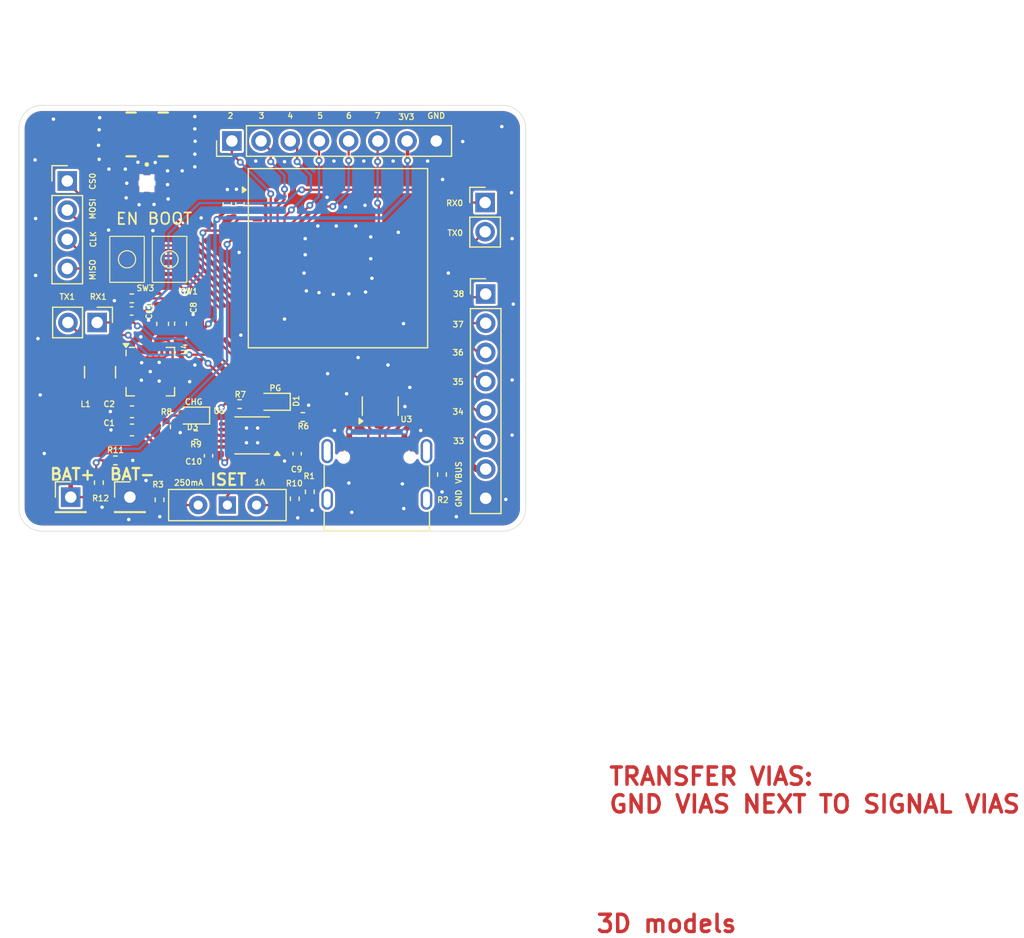
<source format=kicad_pcb>
(kicad_pcb (version 20240108) (generator "pcbnew") (generator_version "8.0")
  (layers (0 "F.Cu" signal) (1 "In1.Cu" signal) (2 "In2.Cu" signal) (31 "B.Cu" signal) (34 "B.Paste" user) (35 "F.Paste" user) (36 "B.SilkS" user "B.Silkscreen") (37 "F.SilkS" user "F.Silkscreen") (38 "B.Mask" user) (39 "F.Mask" user) (44 "Edge.Cuts" user))
  (net 0 "")
  (net 1 "/BUCKBOOST_IN")
  (net 2 "GND")
  (net 3 "Net-(D1-K)")
  (net 4 "Net-(D1-A)")
  (net 5 "VBUS")
  (net 6 "Net-(D3-K)")
  (net 8 "Net-(D3-A)")
  (net 9 "Net-(U1-EN)")
  (net 10 "/D+")
  (net 11 "/SPI2_MOSI")
  (net 12 "Net-(L1-Pad1)")
  (net 13 "Net-(U1-IO0)")
  (net 14 "Net-(L1-Pad2)")
  (net 16 "/SPI2_CS0")
  (net 17 "+3V3")
  (net 18 "/SPI2_CLK")
  (net 19 "/GPIO2")
  (net 20 "/SPI2_MISO")
  (net 21 "Net-(SW4-C)")
  (net 23 "/D-")
  (net 25 "/GPIO4")
  (net 27 "Net-(J1-CC1)")
  (net 29 "Net-(J1-CC2)")
  (net 32 "Net-(J3-In)")
  (net 33 "Net-(U5-PRETERM)")
  (net 34 "Net-(U5-TS)")
  (net 35 "/Dusb+")
  (net 36 "/Dusb-")
  (net 37 "Net-(SW4-A)")
  (net 38 "/BAT_MON")
  (net 39 "Net-(SW4-B)")
  (net 46 "/GPIO35")
  (net 47 "/GPIO37")
  (net 48 "/GPIO36")
  (net 49 "/U0TX")
  (net 50 "/U0RX")
  (net 51 "/GPIO3")
  (net 52 "/GPIO5")
  (net 53 "/GPIO9")
  (net 55 "/GPIO8")
  (net 57 "/GPIO6")
  (net 58 "/GPIO7")
  (net 59 "/U1TX")
  (net 60 "/U1RX")
  (net 61 "/GPIO26")
  (net 62 "/GPIO21")
  (net 63 "/GPIO34")
  (net 64 "/GPIO33")
  (net 65 "/GPIO38")
  (footprint "Capacitor_SMD:C_0402_1005Metric" (layer "F.Cu") (at 96.225 128.87 90)
    (property "Reference" "C4" (hide yes))
    (property "Value" "100n" (hide yes))
  )
  (footprint "Resistor_SMD:R_0402_1005Metric" (layer "F.Cu") (at 89.23 154.63 90)
    (property "Reference" "R3")
    (property "Value" "2.1k")
  )
  (footprint "Inductor_SMD:1277AS-H-1R0M=P2" (layer "F.Cu") (at 84.0525 143.5225 90)
    (property "Reference" "L1")
    (property "Value" "1uH")
  )
  (footprint "Connector_PinHeader_2.54mm:PinHeader_1x01_P2.54mm_Vertical" (layer "F.Cu") (at 86.65 154.4)
    (property "Reference" "J2" (hide yes))
    (property "Value" "BAT-")
  )
  (footprint "Resistor_SMD:R_0402_1005Metric" (layer "F.Cu") (at 92.39 149)
    (property "Reference" "R9")
    (property "Value" "10k")
  )
  (footprint "Button_Switch_SMD:3x4x2mm button" (layer "F.Cu") (at 86.4 133.7 90)
    (property "Reference" "SW3")
    (property "Value" "EN")
  )
  (footprint "Button_Switch_THT:SW_Slide-03_Wuerth-WS-SLTV_10x2.5x6.4_P2.54mm" (layer "F.Cu") (at 95.13 155.09)
    (property "Reference" "SW4" (hide yes))
    (property "Value" "ISET_SW")
  )
  (footprint "LED_SMD:LED_0603_1608Metric" (layer "F.Cu") (at 99.1125 146.1 180)
    (property "Reference" "D1")
    (property "Value" "PG")
  )
  (footprint "Connector_PinHeader_2.54mm:PinHeader_1x02_P2.54mm_Vertical" (layer "F.Cu") (at 117.55 128.76)
    (property "Reference" "J9" (hide yes))
    (property "Value" "Conn_01x02_Socket")
  )
  (footprint "Connector_PinHeader_2.54mm:PinHeader_1x08_P2.54mm_Vertical" (layer "F.Cu") (at 117.6 136.72)
    (property "Reference" "J10" (hide yes))
    (property "Value" "Conn_01x08_Socket")
  )
  (footprint "Capacitor_SMD:C_0603_1608Metric" (layer "F.Cu") (at 91.05 139.3 90)
    (property "Reference" "C8")
    (property "Value" "22u")
  )
  (footprint "Package_DFN_QFN:QFN-20-1EP_4x4mm_P0.5mm_EP2.5x2.5mm" (layer "F.Cu") (at 88.425 143.475)
    (property "Reference" "U4")
    (property "Value" "~")
  )
  (footprint "Capacitor_SMD:C_0603_1608Metric" (layer "F.Cu") (at 86.8275 146.9725 180)
    (property "Reference" "C2")
    (property "Value" "10u")
  )
  (footprint "Resistor_SMD:R_0402_1005Metric" (layer "F.Cu") (at 89.8 148.28 -90)
    (property "Reference" "R8")
    (property "Value" "1.5k")
  )
  (footprint "RF_Module:ESP32-S2-MINI-1U" (layer "F.Cu") (at 104.75 133.6)
    (property "Reference" "U1" (hide yes))
    (property "Value" "ESP32-S3-MINI-1U" (hide yes))
  )
  (footprint "Capacitor_SMD:C_0402_1005Metric" (layer "F.Cu") (at 101.2 150.62 -90)
    (property "Reference" "C9")
    (property "Value" "1u")
  )
  (footprint "Connector_PinHeader_2.54mm:PinHeader_1x04_P2.54mm_Vertical" (layer "F.Cu") (at 81.2 126.88)
    (property "Reference" "J8" (hide yes))
    (property "Value" "Conn_01x04_Socket")
  )
  (footprint "Package_SO:HVSSOP-10-1EP_3x3mm_P0.5mm_EP1.57x1.88mm_ThermalVias" (layer "F.Cu") (at 97.2775 149.025 180)
    (property "Reference" "U5")
    (property "Value" "BQ24090DGQ")
  )
  (footprint "Resistor_SMD:R_0402_1005Metric" (layer "F.Cu") (at 85.39 151.2)
    (property "Reference" "R11")
    (property "Value" "220k")
  )
  (footprint "Capacitor_SMD:C_0402_1005Metric" (layer "F.Cu") (at 95.125 128.89 90)
    (property "Reference" "C5" (hide yes))
    (property "Value" "10u" (hide yes))
  )
  (footprint "Button_Switch_SMD:3x4x2mm button" (layer "F.Cu") (at 90.1 133.7 90)
    (property "Reference" "SW1")
    (property "Value" "BOOT")
  )
  (footprint "Capacitor_SMD:C_0402_1005Metric" (layer "F.Cu") (at 93.49 150.8 -90)
    (property "Reference" "C10")
    (property "Value" "4.7u")
  )
  (footprint "Capacitor_SMD:C_0402_1005Metric" (layer "F.Cu") (at 86.8 138.2 180)
    (property "Reference" "C3" (hide yes))
    (property "Value" "10u")
  )
  (footprint "Connector_PinHeader_2.54mm:PinHeader_1x08_P2.54mm_Vertical" (layer "F.Cu") (at 95.52 123.4 90)
    (property "Reference" "J4" (hide yes))
    (property "Value" "Conn_01x08_Socket")
  )
  (footprint "Package_TO_SOT_SMD:SOT-23-6" (layer "F.Cu") (at 108.425 146.4775 90)
    (property "Reference" "U3")
    (property "Value" "USBLC6-2SC6" (hide yes))
  )
  (footprint "Resistor_SMD:R_0402_1005Metric" (layer "F.Cu") (at 102.3 153.935 -90)
    (property "Reference" "R1")
    (property "Value" "5.1K" (hide yes))
  )
  (footprint "Resistor_SMD:R_0402_1005Metric" (layer "F.Cu") (at 100.99 154.54 90)
    (property "Reference" "R10")
    (property "Value" "540")
  )
  (footprint "Connector_USB:USB_C_Receptacle_G-Switch_GT-USB-7010ASV" (layer "F.Cu") (at 108.13 153.52)
    (property "Reference" "J1" (hide yes))
    (property "Value" "USB_C_Receptacle_USB2.0_14P" (hide yes))
  )
  (footprint "Connector_PinHeader_2.54mm:PinHeader_1x02_P2.54mm_Vertical" (layer "F.Cu") (at 83.8 139.2 -90)
    (property "Reference" "J6" (hide yes))
    (property "Value" "Conn_01x02_Socket")
  )
  (footprint "Resistor_SMD:R_0402_1005Metric" (layer "F.Cu") (at 113.8 152.435 -90)
    (property "Reference" "R2")
    (property "Value" "5.1K" (hide yes))
  )
  (footprint "Capacitor_SMD:C_0603_1608Metric" (layer "F.Cu") (at 89.5 139.32 90)
    (property "Reference" "C11")
    (property "Value" "22u")
  )
  (footprint "Connector_PinHeader_2.54mm:PinHeader_1x01_P2.54mm_Vertical" (layer "F.Cu") (at 81.5 154.4)
    (property "Reference" "J7" (hide yes))
    (property "Value" "BAT+")
  )
  (footprint "Resistor_SMD:R_0402_1005Metric" (layer "F.Cu") (at 101.69125 147.42625 180)
    (property "Reference" "R6")
    (property "Value" "2k")
  )
  (footprint "LED_SMD:LED_0603_1608Metric" (layer "F.Cu") (at 92.1 147.3 180)
    (property "Reference" "D3")
    (property "Value" "CHG")
  )
  (footprint "Resistor_SMD:R_0402_1005Metric" (layer "F.Cu") (at 83.95 153.14 90)
    (property "Reference" "R12")
    (property "Value" "220k")
  )
  (footprint "Resistor_SMD:R_0402_1005Metric" (layer "F.Cu") (at 86.81 137.1)
    (property "Reference" "R5" (hide yes))
    (property "Value" "5.1K")
  )
  (footprint "IPEX MHF4:IPEX_20449-001E-03" (layer "F.Cu") (at 88.125 127.075 180)
    (property "Reference" "J3" (hide yes))
    (property "Value" "MHF4")
  )
  (footprint "Capacitor_SMD:C_0603_1608Metric" (layer "F.Cu") (at 86.8275 148.5525 180)
    (property "Reference" "C1")
    (property "Value" "10u")
  )
  (footprint "SMA-J-P-H-ST-EM1:SAMTEC_SMA-J-P-H-ST-EM1" (layer "F.Cu") (at 88.15 122.825 180)
    (property "Reference" "J5" (hide yes))
    (property "Value" "E01 SMA")
  )
  (footprint "Resistor_SMD:R_0402_1005Metric" (layer "F.Cu") (at 96.19 146.3 180)
    (property "Reference" "R7")
    (property "Value" "1.5k")
  )
  (gr_line (start 119.085786 157.36) (end 79 157.36) (stroke (width 0.05)) (layer "Edge.Cuts"))
  (gr_arc (start 77 122.3) (mid 77.585786 120.885786) (end 79 120.3) (stroke (width 0.05)) (layer "Edge.Cuts"))
  (gr_arc (start 121.085786 155.36) (mid 120.5 156.774214) (end 119.085786 157.36) (stroke (width 0.05)) (layer "Edge.Cuts"))
  (gr_arc (start 119.085786 120.3) (mid 120.5 120.885786) (end 121.085786 122.3) (stroke (width 0.05)) (layer "Edge.Cuts"))
  (gr_line (start 77 155.36) (end 77 122.3) (stroke (width 0.05)) (layer "Edge.Cuts"))
  (gr_line (start 79 120.3) (end 119.085786 120.3) (stroke (width 0.05)) (layer "Edge.Cuts"))
  (gr_line (start 121.085786 122.3) (end 121.085786 155.36) (stroke (width 0.05)) (layer "Edge.Cuts"))
  (gr_arc (start 79 157.36) (mid 77.585786 156.774214) (end 77 155.36) (stroke (width 0.05)) (layer "Edge.Cuts"))
  (gr_text "TRANSFER VIAS:\nGND VIAS NEXT TO SIGNAL VIAS" (at 128.2 182 0) (layer "F.Cu") (effects (font (size 1.5 1.5) (thickness 0.3) (bold yes)) (justify left bottom)))
  (gr_text "3D models" (at 127.1 192.4 0) (layer "F.Cu") (effects (font (size 1.5 1.5) (thickness 0.3) (bold yes)) (justify left bottom)))
  (gr_text "37" (at 115.2 139.66 0) (layer "F.SilkS") (effects (font (size 0.5 0.5) (thickness 0.1) (bold yes)) (justify bottom)))
  (gr_text "GND" (at 115.55 154.51 90) (layer "F.SilkS") (effects (font (size 0.5 0.5) (thickness 0.1) (bold yes)) (justify bottom)))
  (gr_text "35" (at 115.2 144.66 0) (layer "F.SilkS") (effects (font (size 0.5 0.5) (thickness 0.1) (bold yes)) (justify bottom)))
  (gr_text "38" (at 115.25 137.01 0) (layer "F.SilkS") (effects (font (size 0.5 0.5) (thickness 0.1) (bold yes)) (justify bottom)))
  (gr_text "4" (at 100.6 121.5 0) (layer "F.SilkS") (effects (font (size 0.5 0.5) (thickness 0.1) (bold yes)) (justify bottom)))
  (gr_text "36" (at 115.2 142.11 0) (layer "F.SilkS") (effects (font (size 0.5 0.5) (thickness 0.1) (bold yes)) (justify bottom)))
  (gr_text "EN" (at 85.35 130.76 0) (layer "F.SilkS") (effects (font (size 1 1)) (justify left bottom)))
  (gr_text "TX0" (at 114.95 131.7 0) (layer "F.SilkS") (effects (font (size 0.5 0.5) (thickness 0.1) (bold yes)) (justify bottom)))
  (gr_text "5" (at 103.2 121.5 0) (layer "F.SilkS") (effects (font (size 0.5 0.5) (thickness 0.1) (bold yes)) (justify bottom)))
  (gr_text "RX0" (at 114.9 129.1 0) (layer "F.SilkS") (effects (font (size 0.5 0.5) (thickness 0.1) (bold yes)) (justify bottom)))
  (gr_text "VBUS" (at 115.55 152.26 90) (layer "F.SilkS") (effects (font (size 0.5 0.5) (thickness 0.1) (bold yes)) (justify bottom)))
  (gr_text "BAT+" (at 79.6 153 0) (layer "F.SilkS") (effects (font (size 1 1) (thickness 0.2) (bold yes)) (justify left bottom)))
  (gr_text "ISET" (at 95.21 153.46 0) (layer "F.SilkS") (effects (font (size 1 1) (thickness 0.2) (bold yes)) (justify bottom)))
  (gr_text "CS0" (at 83.7 126.91 90) (layer "F.SilkS") (effects (font (size 0.5 0.5) (thickness 0.1) (bold yes)) (justify bottom)))
  (gr_text "7" (at 108.2 121.5 0) (layer "F.SilkS") (effects (font (size 0.5 0.5) (thickness 0.1) (bold yes)) (justify bottom)))
  (gr_text "PG" (at 99.3 145.2 0) (layer "F.SilkS") (effects (font (size 0.5 0.5) (thickness 0.1) (bold yes)) (justify bottom)))
  (gr_text "3" (at 98.1 121.5 0) (layer "F.SilkS") (effects (font (size 0.5 0.5) (thickness 0.1) (bold yes)) (justify bottom)))
  (gr_text "TX1" (at 81.2 137.25 0) (layer "F.SilkS") (effects (font (size 0.5 0.5) (thickness 0.1) (bold yes)) (justify bottom)))
  (gr_text "34" (at 115.2 147.26 0) (layer "F.SilkS") (effects (font (size 0.5 0.5) (thickness 0.1) (bold yes)) (justify bottom)))
  (gr_text "1A" (at 97.95 153.41 0) (layer "F.SilkS") (effects (font (size 0.5 0.5) (thickness 0.1) (bold yes)) (justify bottom)))
  (gr_text "2" (at 95.4 121.5 0) (layer "F.SilkS") (effects (font (size 0.5 0.5) (thickness 0.1) (bold yes)) (justify bottom)))
  (gr_text "CHG" (at 92.2 146.4 0) (layer "F.SilkS") (effects (font (size 0.5 0.5) (thickness 0.1) (bold yes)) (justify bottom)))
  (gr_text "BOOT" (at 88.1 130.75 0) (layer "F.SilkS") (effects (font (size 1 1)) (justify left bottom)))
  (gr_text "MOSI" (at 83.7 129.31 90) (layer "F.SilkS") (effects (font (size 0.5 0.5) (thickness 0.1) (bold yes)) (justify bottom)))
  (gr_text "250mA" (at 91.76 153.44 0) (layer "F.SilkS") (effects (font (size 0.5 0.5) (thickness 0.1) (bold yes)) (justify bottom)))
  (gr_text "BAT-" (at 84.8 153 0) (layer "F.SilkS") (effects (font (size 1 1) (thickness 0.2) (bold yes)) (justify left bottom)))
  (gr_text "GND" (at 113.3 121.5 0) (layer "F.SilkS") (effects (font (size 0.5 0.5) (thickness 0.1) (bold yes)) (justify bottom)))
  (gr_text "3V3" (at 110.7 121.6 0) (layer "F.SilkS") (effects (font (size 0.5 0.5) (thickness 0.1) (bold yes)) (justify bottom)))
  (gr_text "MISO" (at 83.7 134.61 90) (layer "F.SilkS") (effects (font (size 0.5 0.5) (thickness 0.1) (bold yes)) (justify bottom)))
  (gr_text "RX1" (at 83.9 137.25 0) (layer "F.SilkS") (effects (font (size 0.5 0.5) (thickness 0.1) (bold yes)) (justify bottom)))
  (gr_text "CLK" (at 83.75 131.96 90) (layer "F.SilkS") (effects (font (size 0.5 0.5) (thickness 0.1) (bold yes)) (justify bottom)))
  (gr_text "33" (at 115.25 149.81 0) (layer "F.SilkS") (effects (font (size 0.5 0.5) (thickness 0.1) (bold yes)) (justify bottom)))
  (gr_text "6" (at 105.7 121.5 0) (layer "F.SilkS") (effects (font (size 0.5 0.5) (thickness 0.1) (bold yes)) (justify bottom)))
  (segment (start 94.6 146.6) (end 94.9 146.3) (width 0.2) (layer "F.Cu") (net 1))
  (segment (start 89.28 150.23) (end 87.6025 148.5525) (width 0.3) (layer "F.Cu") (net 1))
  (segment (start 81.5 151) (end 82.98 149.52) (width 0.4) (layer "F.Cu") (net 1))
  (segment (start 87.925 145.4125) (end 87.925 145.97) (width 0.3) (layer "F.Cu") (net 1))
  (segment (start 81.5 154.4) (end 81.5 151) (width 0.4) (layer "F.Cu") (net 1))
  (segment (start 90.1 150.23) (end 89.28 150.23) (width 0.3) (layer "F.Cu") (net 1))
  (segment (start 91.638971 150.23) (end 90.1 150.23) (width 0.3) (layer "F.Cu") (net 1))
  (segment (start 89.8 149.93) (end 90.1 150.23) (width 0.2) (layer "F.Cu") (net 1))
  (segment (start 81.5 154.4) (end 83.2 154.4) (width 0.2) (layer "F.Cu") (net 1))
  (segment (start 90.3625 144.7825) (end 90.3625 144.475) (width 0.3) (layer "F.Cu") (net 1))
  (segment (start 89.8 148.79) (end 89.8 149.93) (width 0.2) (layer "F.Cu") (net 1))
  (segment (start 87.925 145.97) (end 87.6025 146.2925) (width 0.3) (layer "F.Cu") (net 1))
  (segment (start 94.9 146.3) (end 95.68 146.3) (width 0.2) (layer "F.Cu") (net 1))
  (segment (start 95.1275 150.025) (end 93.735 150.025) (width 0.3) (layer "F.Cu") (net 1))
  (segment (start 89.425 145.4125) (end 89.7325 145.4125) (width 0.3) (layer "F.Cu") (net 1))
  (segment (start 87.6025 148.5525) (end 87.6025 146.9725) (width 0.3) (layer "F.Cu") (net 1))
  (segment (start 86.635 149.52) (end 87.6025 148.5525) (width 0.4) (layer "F.Cu") (net 1))
  (segment (start 95.1275 151.1725) (end 95.1275 150.025) (width 0.2) (layer "F.Cu") (net 1))
  (segment (start 93.53 150.23) (end 91.638971 150.23) (width 0.3) (layer "F.Cu") (net 1))
  (segment (start 89.7325 145.4125) (end 90.3625 144.7825) (width 0.3) (layer "F.Cu") (net 1))
  (segment (start 94.9 151.4) (end 95.1275 151.1725) (width 0.2) (layer "F.Cu") (net 1))
  (segment (start 87.6025 146.2925) (end 87.6025 146.9725) (width 0.3) (layer "F.Cu") (net 1))
  (segment (start 93.735 150.025) (end 93.53 150.23) (width 0.3) (layer "F.Cu") (net 1))
  (segment (start 82.98 149.52) (end 86.635 149.52) (width 0.4) (layer "F.Cu") (net 1))
  (segment (start 83.2 154.4) (end 83.95 153.65) (width 0.2) (layer "F.Cu") (net 1))
  (via (at 94.6 146.6) (size 0.6) (drill 0.3) (layers "F.Cu" "B.Cu") (net 1))
  (via (at 94.9 151.4) (size 0.6) (drill 0.3) (layers "F.Cu" "B.Cu") (net 1))
  (segment (start 94.6 146.6) (end 94.6 151.1) (width 0.2) (layer "B.Cu") (net 1))
  (segment (start 94.6 151.1) (end 94.9 151.4) (width 0.2) (layer "B.Cu") (net 1))
  (segment (start 90.3625 142.975) (end 88.925 142.975) (width 0.2) (layer "F.Cu") (net 2))
  (segment (start 95.1275 148.525) (end 96.1725 148.525) (width 0.2) (layer "F.Cu") (net 2))
  (segment (start 111.33 149.215) (end 111.33 149.795) (width 0.5) (layer "F.Cu") (net 2))
  (segment (start 99.4275 149.025) (end 97.2775 149.025) (width 0.2) (layer "F.Cu") (net 2))
  (segment (start 90.3625 143.475) (end 88.425 143.475) (width 0.2) (layer "F.Cu") (net 2))
  (segment (start 111.95 148.595) (end 111.33 149.215) (width 0.5) (layer "F.Cu") (net 2))
  (segment (start 100.99 155.27) (end 100.99 155.05) (width 0.2) (layer "F.Cu") (net 2))
  (segment (start 108.862501 146.515) (end 108.425 146.952501) (width 0.4) (layer "F.Cu") (net 2))
  (segment (start 110.575 146.515) (end 108.862501 146.515) (width 0.4) (layer "F.Cu") (net 2))
  (segment (start 86.4875 143.475) (end 88.425 143.475) (width 0.2) (layer "F.Cu") (net 2))
  (segment (start 97.0675 148.815) (end 97.2775 149.025) (width 0.2) (layer "F.Cu") (net 2))
  (segment (start 96.1725 148.525) (end 96.4625 148.815) (width 0.2) (layer "F.Cu") (net 2))
  (segment (start 104.45 148.595) (end 104.93 149.075) (width 0.5) (layer "F.Cu") (net 2))
  (segment (start 91.03 148.785) (end 91.245 149) (width 0.2) (layer "F.Cu") (net 2))
  (segment (start 96.4625 148.815) (end 97.0675 148.815) (width 0.2) (layer "F.Cu") (net 2))
  (segment (start 91.245 149) (end 91.88 149) (width 0.2) (layer "F.Cu") (net 2))
  (segment (start 100.205 151.15) (end 100.1 151.255) (width 0.3) (layer "F.Cu") (net 2))
  (segment (start 88.925 142.975) (end 88.425 143.475) (width 0.2) (layer "F.Cu") (net 2))
  (segment (start 104.93 149.075) (end 104.93 149.795) (width 0.5) (layer "F.Cu") (net 2))
  (segment (start 101.2 151.15) (end 100.205 151.15) (width 0.3) (layer "F.Cu") (net 2))
  (via (at 78.45 130.15) (size 0.6) (drill 0.3) (layers "F.Cu" "B.Cu") (net 2))
  (via (at 91.85 144.35) (size 0.6) (drill 0.3) (layers "F.Cu" "B.Cu") (net 2))
  (via (at 100.1 138.9) (size 0.6) (drill 0.3) (layers "F.Cu" "B.Cu") (net 2))
  (via (at 110.35 153.245) (size 0.6) (drill 0.3) (layers "F.Cu" "B.Cu") (net 2))
  (via (at 89.975 128.45) (size 0.6) (drill 0.3) (layers "F.Cu" "B.Cu") (net 2))
  (via (at 120 137.6) (size 0.6) (drill 0.3) (layers "F.Cu" "B.Cu") (net 2))
  (via (at 105.95 155.72) (size 0.6) (drill 0.3) (layers "F.Cu" "B.Cu") (net 2))
  (via (at 88.05 152.95) (size 0.6) (drill 0.3) (layers "F.Cu" "B.Cu") (net 2))
  (via (at 84.025 121.375) (size 0.6) (drill 0.3) (layers "F.Cu" "B.Cu") (net 2))
  (via (at 104.4 125.15) (size 0.6) (drill 0.3) (layers "F.Cu" "B.Cu") (net 2))
  (via (at 86.25 125.85) (size 0.6) (drill 0.3) (layers "F.Cu" "B.Cu") (net 2))
  (via (at 110.45 139.3) (size 0.6) (drill 0.3) (layers "F.Cu" "B.Cu") (net 2))
  (via (at 89.925 127.2) (size 0.6) (drill 0.3) (layers "F.Cu" "B.Cu") (net 2))
  (via (at 97.6 125.15) (size 0.6) (drill 0.3) (layers "F.Cu" "B.Cu") (net 2))
  (via (at 78.45 135.1) (size 0.6) (drill 0.3) (layers "F.Cu" "B.Cu") (net 2))
  (via (at 111 144.85) (size 0.6) (drill 0.3) (layers "F.Cu" "B.Cu") (net 2))
  (via (at 92.15 138.5) (size 0.6) (drill 0.3) (layers "F.Cu" "B.Cu") (net 2))
  (via (at 103.8 128.3) (size 0.6) (drill 0.3) (layers "F.Cu" "B.Cu") (net 2))
  (via (at 103 130.8) (size 0.6) (drill 0.3) (layers "F.Cu" "B.Cu") (net 2))
  (via (at 85 148.55) (size 0.6) (drill 0.3) (layers "F.Cu" "B.Cu") (net 2))
  (via (at 96.3 140.3) (size 0.6) (drill 0.3) (layers "F.Cu" "B.Cu") (net 2))
  (via (at 91.2 126) (size 0.6) (drill 0.3) (layers "F.Cu" "B.Cu") (net 2))
  (via (at 95.915 127.605) (size 0.6) (drill 0.3) (layers "F.Cu" "B.Cu") (net 2))
  (via (at 113.8 153.945) (size 0.6) (drill 0.3) (layers "F.Cu" "B.Cu") (net 2))
  (via (at 107.6 131.75) (size 0.6) (drill 0.3) (layers "F.Cu" "B.Cu") (net 2))
  (via (at 107.1 129) (size 0.6) (drill 0.3) (layers "F.Cu" "B.Cu") (net 2))
  (via (at 86.325 128.35) (size 0.6) (drill 0.3) (layers "F.Cu" "B.Cu") (net 2))
  (via (at 84.95 146.95) (size 0.6) (drill 0.3) (layers "F.Cu" "B.Cu") (net 2))
  (via (at 78.85 145.5) (size 0.6) (drill 0.3) (layers "F.Cu" "B.Cu") (net 2))
  (via (at 87.35 125.25) (size 0.6) (drill 0.3) (layers "F.Cu" "B.Cu") (net 2))
  (via (at 88.425 143.475) (size 0.6) (drill 0.3) (layers "F.Cu" "B.Cu") (net 2))
  (via (at 119.9 144.2) (size 0.6) (drill 0.3) (layers "F.Cu" "B.Cu") (net 2))
  (via (at 96.15 133.1) (size 0.6) (drill 0.3) (layers "F.Cu" "B.Cu") (net 2))
  (via (at 100.1 151.255) (size 0.6) (drill 0.3) (layers "F.Cu" "B.Cu") (net 2))
  (via (at 83.975 122.425) (size 0.6) (drill 0.3) (layers "F.Cu" "B.Cu") (net 2))
  (via (at 78.4 125.05) (size 0.6) (drill 0.3) (layers "F.Cu" "B.Cu") (net 2))
  (via (at 101.8 134.9) (size 0.6) (drill 0.3) (layers "F.Cu" "B.Cu") (net 2))
  (via (at 92.3 121.275) (size 0.6) (drill 0.3) (layers "F.Cu" "B.Cu") (net 2))
  (via (at 119.9 131.9) (size 0.6) (drill 0.3) (layers "F.Cu" "B.Cu") (net 2))
  (via (at 89.1975 142.6725) (size 0.6) (drill 0.3) (layers "F.Cu" "B.Cu") (net 2))
  (via (at 105.4 129.15) (size 0.6) (drill 0.3) (layers "F.Cu" "B.Cu") (net 2))
  (via (at 89.925 126) (size 0.6) (drill 0.3) (layers "F.Cu" "B.Cu") (net 2))
  (via (at 88.85 125.275) (size 0.6) (drill 0.3) (layers "F.Cu" "B.Cu") (net 2))
  (via (at 87.6475 144.2225) (size 0.6) (drill 0.3) (layers "F.Cu" "B.Cu") (net 2))
  (via (at 107 125.15) (size 0.6) (drill 0.3) (layers "F.Cu" "B.Cu") (net 2))
  (via (at 87.45 128.95) (size 0.6) (drill 0.3) (layers "F.Cu" "B.Cu") (net 2))
  (via (at 103.1 136.6) (size 0.6) (drill 0.3) (layers "F.Cu" "B.Cu") (net 2))
  (via (at 92.85 130.1) (size 0.6) (drill 0.3) (layers "F.Cu" "B.Cu") (net 2))
  (via (at 86.55 156.35) (size 0.6) (drill 0.3) (layers "F.Cu" "B.Cu") (net 2))
  (via (at 104.35 136.75) (size 0.6) (drill 0.3) (layers "F.Cu" "B.Cu") (net 2))
  (via (at 106.3 130.8) (size 0.6) (drill 0.3) (layers "F.Cu" "B.Cu") (net 2))
  (via (at 87.6 140.45) (size 0.6) (drill 0.3) (layers "F.Cu" "B.Cu") (net 2))
  (via (at 86.375 127.075) (size 0.6) (drill 0.3) (layers "F.Cu" "B.Cu") (net 2))
  (via (at 105.5 145.4) (size 0.6) (drill 0.3) (layers "F.Cu" "B.Cu") (net 2))
  (via (at 101.9 131.9) (size 0.6) (drill 0.3) (layers "F.Cu" "B.Cu") (net 2))
  (via (at 88.2725 139.0025) (size 0.6) (drill 0.3) (layers "F.Cu" "B.Cu") (net 2))
  (via (at 89.25 156.1) (size 0.6) (drill 0.3) (layers "F.Cu" "B.Cu") (net 2))
  (via (at 89.1975 144.2975) (size 0.6) (drill 0.3) (layers "F.Cu" "B.Cu") (net 2))
  (via (at 84.8 131.15) (size 0.6) (drill 0.3) (layers "F.Cu" "B.Cu") (net 2))
  (via (at 91.03 148.785) (size 0.6) (drill 0.3) (layers "F.Cu" "B.Cu") (net 2))
  (via (at 101.9 133.3) (size 0.6) (drill 0.3) (layers "F.Cu" "B.Cu") (net 2))
  (via (at 87.6725 142.6975) (size 0.6) (drill 0.3) (layers "F.Cu" "B.Cu") (net 2))
  (via (at 101.25 156.2) (size 0.6) (drill 0.3) (layers "F.Cu" "B.Cu") (net 2))
  (via (at 102.5 155.55) (size 0.6) (drill 0.3) (layers "F.Cu" "B.Cu") (net 2))
  (via (at 92.3 142.9) (size 0.6) (drill 0.3) (layers "F.Cu" "B.Cu") (net 2))
  (via (at 109.55 125.15) (size 0.6) (drill 0.3) (layers "F.Cu" "B.Cu") (net 2))
  (via (at 92.325 123.425) (size 0.6) (drill 0.3) (layers "F.Cu" "B.Cu") (net 2))
  (via (at 119.85 127.9) (size 0.6) (drill 0.3) (layers "F.Cu" "B.Cu") (net 2))
  (via (at 107.7 135.35) (size 0.6) (drill 0.3) (layers "F.Cu" "B.Cu") (net 2))
  (via (at 84.225 155.275) (size 0.6) (drill 0.3) (layers "F.Cu" "B.Cu") (net 2))
  (via (at 92.3 124.55) (size 0.6) (drill 0.3) (layers "F.Cu" "B.Cu") (net 2))
  (via (at 115.6 123.45) (size 0.6) (drill 0.3) (layers "F.Cu" "B.Cu") (net 2))
  (via (at 102.2 146.4) (size 0.6) (drill 0.3) (layers "F.Cu" "B.Cu") (net 2))
  (via (at 119.9 149) (size 0.6) (drill 0.3) (layers "F.Cu" "B.Cu") (net 2))
  (via (at 95.125 127.625) (size 0.6) (drill 0.3) (layers "F.Cu" "B.Cu") (net 2))
  (via (at 78.65 140.6) (size 0.6) (drill 0.3) (layers "F.Cu" "B.Cu") (net 2))
  (via (at 102 136.45) (size 0.6) (drill 0.3) (layers "F.Cu" "B.Cu") (net 2))
  (via (at 80 121.5) (size 0.6) (drill 0.3) (layers "F.Cu" "B.Cu") (net 2))
  (via (at 92.3 122.35) (size 0.6) (drill 0.3) (layers "F.Cu" "B.Cu") (net 2))
  (via (at 113.85 126.75) (size 0.6) (drill 0.3) (layers "F.Cu" "B.Cu") (net 2))
  (via (at 104.45 148.595) (size 0.6) (drill 0.3) (layers "F.Cu" "B.Cu") (net 2))
  (via (at 85.3 137.3) (size 0.6) (drill 0.3) (layers "F.Cu" "B.Cu") (net 2))
  (via (at 119 122.15) (size 0.6) (drill 0.3) (layers "F.Cu" "B.Cu") (net 2))
  (via (at 110 131.35) (size 0.6) (drill 0.3) (layers "F.Cu" "B.Cu") (net 2))
  (via (at 92.3 125.65) (size 0.6) (drill 0.3) (layers "F.Cu" "B.Cu") (net 2))
  (via (at 105.7 136.7) (size 0.6) (drill 0.3) (layers "F.Cu" "B.Cu") (net 2))
  (via (at 79.2 150.6) (size 0.6) (drill 0.3) (layers "F.Cu" "B.Cu") (net 2))
  (via (at 105.7 153.17) (size 0.6) (drill 0.3) (layers "F.Cu" "B.Cu") (net 2))
  (via (at 106.5 142.25) (size 0.6) (drill 0.3) (layers "F.Cu" "B.Cu") (net 2))
  (via (at 88.65 131.2) (size 0.6) (drill 0.3) (layers "F.Cu" "B.Cu") (net 2))
  (via (at 110.475 155.395) (size 0.6) (drill 0.3) (layers "F.Cu" "B.Cu") (net 2))
  (via (at 86.9 151.2) (size 0.6) (drill 0.3) (layers "F.Cu" "B.Cu") (net 2))
  (via (at 114.35 134.9) (size 0.6) (drill 0.3) (layers "F.Cu" "B.Cu") (net 2))
  (via (at 84.825 125.85) (size 0.6) (drill 0.3) (layers "F.Cu" "B.Cu") (net 2))
  (via (at 119.35 154.6) (size 0.6) (drill 0.3) (layers "F.Cu" "B.Cu") (net 2))
  (via (at 110.575 146.515) (size 0.6) (drill 0.3) (layers "F.Cu" "B.Cu") (net 2))
  (via (at 109.1 142.9) (size 0.6) (drill 0.3) (layers "F.Cu" "B.Cu") (net 2))
  (via (at 100.1 125.2) (size 0.6) (drill 0.3) (layers "F.Cu" "B.Cu") (net 2))
  (via (at 104.6 130.8) (size 0.6) (drill 0.3) (layers "F.Cu" "B.Cu") (net 2))
  (via (at 112.55 125.15) (size 0.6) (drill 0.3) (layers "F.Cu" "B.Cu") (net 2))
  (via (at 88.75 128.925) (size 0.6) (drill 0.3) (layers "F.Cu" "B.Cu") (net 2))
  (via (at 83.975 125) (size 0.6) (drill 0.3) (layers "F.Cu" "B.Cu") (net 2))
  (via (at 103.85 143.65) (size 0.6) (drill 0.3) (layers "F.Cu" "B.Cu") (net 2))
  (via (at 107.6 133.65) (size 0.6) (drill 0.3) (layers "F.Cu" "B.Cu") (net 2))
  (via (at 115.05 156.1) (size 0.6) (drill 0.3) (layers "F.Cu" "B.Cu") (net 2))
  (via (at 111.95 148.595) (size 0.6) (drill 0.3) (layers "F.Cu" "B.Cu") (net 2))
  (via (at 83.925 123.775) (size 0.6) (drill 0.3) (layers "F.Cu" "B.Cu") (net 2))
  (via (at 107.15 136.55) (size 0.6) (drill 0.3) (layers "F.Cu" "B.Cu") (net 2))
  (segment (start 99.4275 146.5725) (end 99.9 146.1) (width 0.2) (layer "F.Cu") (net 3))
  (segment (start 99.4275 148.025) (end 99.4275 146.5725) (width 0.2) (layer "F.Cu") (net 3))
  (segment (start 99.9 146.1) (end 99.9 146.145) (width 0.2) (layer "F.Cu") (net 3))
  (segment (start 99.9 146.145) (end 99.7 146.345) (width 0.2) (layer "F.Cu") (net 3))
  (segment (start 96.9 146.1) (end 96.7 146.3) (width 0.2) (layer "F.Cu") (net 4))
  (segment (start 98.325 146.1) (end 96.9 146.1) (width 0.2) (layer "F.Cu") (net 4))
  (segment (start 105.73 149.795) (end 105.73 148.695) (width 0.5) (layer "F.Cu") (net 5))
  (segment (start 116.76 151.96) (end 117.6 151.96) (width 0.5) (layer "F.Cu") (net 5))
  (segment (start 105.325 147.52) (end 104.025 147.52) (width 0.5) (layer "F.Cu") (net 5))
  (segment (start 103.1175 148.1825) (end 101.2 150.1) (width 0.5) (layer "F.Cu") (net 5))
  (segment (start 112.45 147.65) (end 116.76 151.96) (width 0.5) (layer "F.Cu") (net 5))
  (segment (start 110.53 149.795) (end 110.53 148.715) (width 0.5) (layer "F.Cu") (net 5))
  (segment (start 107.925 146.47) (end 108.425 145.97) (width 0.5) (layer "F.Cu") (net 5))
  (segment (start 103.3625 148.1825) (end 103.1175 148.1825) (width 0.5) (layer "F.Cu") (net 5))
  (segment (start 104.025 147.52) (end 103.3625 148.1825) (width 0.5) (layer "F.Cu") (net 5))
  (segment (start 105.649816 147.844816) (end 105.325 147.52) (width 0.5) (layer "F.Cu") (net 5))
  (segment (start 105.73 147.844816) (end 106.214908 147.359908) (width 0.5) (layer "F.Cu") (net 5))
  (segment (start 105.73 148.695) (end 105.725 148.69) (width 0.5) (layer "F.Cu") (net 5))
  (segment (start 101.2 150.1) (end 101.2 150.19) (width 0.5) (layer "F.Cu") (net 5))
  (segment (start 107.104816 146.47) (end 107.925 146.47) (width 0.5) (layer "F.Cu") (net 5))
  (segment (start 105.73 147.844816) (end 105.649816 147.844816) (width 0.5) (layer "F.Cu") (net 5))
  (segment (start 106.214908 147.359908) (end 107.104816 146.47) (width 0.5) (layer "F.Cu") (net 5))
  (segment (start 110.53 148.715) (end 110.55 148.695) (width 0.5) (layer "F.Cu") (net 5))
  (segment (start 108.425 145.97) (end 108.425 145.965) (width 0.5) (layer "F.Cu") (net 5))
  (segment (start 105.73 148.695) (end 105.73 147.844816) (width 0.5) (layer "F.Cu") (net 5))
  (segment (start 101.035 150.025) (end 101.2 150.19) (width 0.3) (layer "F.Cu") (net 5))
  (segment (start 110.53 148.62) (end 111.5 147.65) (width 0.5) (layer "F.Cu") (net 5))
  (segment (start 99.4275 150.025) (end 101.035 150.025) (width 0.3) (layer "F.Cu") (net 5))
  (segment (start 110.53 148.715) (end 110.53 148.62) (width 0.5) (layer "F.Cu") (net 5))
  (segment (start 111.5 147.65) (end 112.45 147.65) (width 0.5) (layer "F.Cu") (net 5))
  (via (at 110.53 148.715) (size 0.6) (drill 0.3) (layers "F.Cu" "B.Cu") (net 5))
  (via (at 105.73 148.695) (size 0.6) (drill 0.3) (layers "F.Cu" "B.Cu") (net 5))
  (segment (start 110.53 148.715) (end 105.75 148.715) (width 0.5) (layer "B.Cu") (net 5))
  (segment (start 105.75 148.715) (end 105.73 148.695) (width 0.5) (layer "B.Cu") (net 5))
  (segment (start 94.37009 149.025) (end 92.8875 147.54241) (width 0.2) (layer "F.Cu") (net 6))
  (segment (start 95.1275 149.025) (end 94.37009 149.025) (width 0.2) (layer "F.Cu") (net 6))
  (segment (start 92.8875 147.54241) (end 92.8875 147.3) (width 0.2) (layer "F.Cu") (net 6))
  (segment (start 91.3125 147.3) (end 90.27 147.3) (width 0.2) (layer "F.Cu") (net 8))
  (segment (start 90.27 147.3) (end 89.8 147.77) (width 0.2) (layer "F.Cu") (net 8))
  (segment (start 87.28 138.08) (end 86.3 137.1) (width 0.2) (layer "F.Cu") (net 9))
  (segment (start 101.6 127.65) (end 111.75 127.65) (width 0.2) (layer "F.Cu") (net 9))
  (segment (start 88.3 137.9) (end 88 138.2) (width 0.2) (layer "F.Cu") (net 9))
  (segment (start 88 138.2) (end 87.28 138.2) (width 0.2) (layer "F.Cu") (net 9))
  (segment (start 86.3 135.96) (end 86.4 135.86) (width 0.2) (layer "F.Cu") (net 9))
  (segment (start 87.28 138.2) (end 87.28 138.08) (width 0.2) (layer "F.Cu") (net 9))
  (segment (start 86.3 137.1) (end 86.3 135.96) (width 0.2) (layer "F.Cu") (net 9))
  (via (at 88.3 137.9) (size 0.6) (drill 0.3) (layers "F.Cu" "B.Cu") (net 9))
  (via (at 101.6 127.65) (size 0.6) (drill 0.3) (layers "F.Cu" "B.Cu") (net 9))
  (segment (start 90 136.2) (end 88.3 137.9) (width 0.2) (layer "B.Cu") (net 9))
  (segment (start 90 131.5) (end 90 136.2) (width 0.2) (layer "B.Cu") (net 9))
  (segment (start 101.35 127.65) (end 100.2 128.8) (width 0.2) (layer "B.Cu") (net 9))
  (segment (start 100.2 128.8) (end 92.7 128.8) (width 0.2) (layer "B.Cu") (net 9))
  (segment (start 92.7 128.8) (end 90 131.5) (width 0.2) (layer "B.Cu") (net 9))
  (segment (start 101.6 127.65) (end 101.35 127.65) (width 0.2) (layer "B.Cu") (net 9))
  (segment (start 108.0932 143.375) (end 105.8432 143.375) (width 0.2) (layer "F.Cu") (net 10))
  (segment (start 109.375 144.9775) (end 108.65 144.2525) (width 0.2) (layer "F.Cu") (net 10))
  (segment (start 105.4 142.9318) (end 105.4 141.400001) (width 0.2) (layer "F.Cu") (net 10))
  (segment (start 108.65 144.2525) (end 108.65 143.9318) (width 0.2) (layer "F.Cu") (net 10))
  (segment (start 105.8432 143.375) (end 105.4 142.9318) (width 0.2) (layer "F.Cu") (net 10))
  (segment (start 109.375 145.34) (end 109.375 144.9775) (width 0.2) (layer "F.Cu") (net 10))
  (segment (start 108.65 143.9318) (end 108.0932 143.375) (width 0.2) (layer "F.Cu") (net 10))
  (segment (start 105.6 141.200001) (end 105.6 140.6) (width 0.2) (layer "F.Cu") (net 10))
  (segment (start 105.4 141.400001) (end 105.6 141.200001) (width 0.2) (layer "F.Cu") (net 10))
  (segment (start 91.6 132.5) (end 96 136.9) (width 0.2) (layer "F.Cu") (net 11))
  (segment (start 96 136.9) (end 96 139.2) (width 0.2) (layer "F.Cu") (net 11))
  (segment (start 84.28 132.5) (end 91.6 132.5) (width 0.2) (layer "F.Cu") (net 11))
  (segment (start 81.2 129.42) (end 84.28 132.5) (width 0.2) (layer "F.Cu") (net 11))
  (segment (start 96.35 139.55) (end 97.75 139.55) (width 0.2) (layer "F.Cu") (net 11))
  (segment (start 96 139.2) (end 96.35 139.55) (width 0.2) (layer "F.Cu") (net 11))
  (segment (start 86.4875 143.975) (end 86.4875 144.475) (width 0.2) (layer "F.Cu") (net 12))
  (segment (start 86.4875 144.475) (end 84.54 144.475) (width 0.2) (layer "F.Cu") (net 12))
  (segment (start 84.54 144.475) (end 84.0525 144.9625) (width 0.2) (layer "F.Cu") (net 12))
  (segment (start 90.1 135.86) (end 90.86 135.86) (width 0.2) (layer "F.Cu") (net 13))
  (segment (start 93 131.4) (end 93.2 131.2) (width 0.2) (layer "F.Cu") (net 13))
  (segment (start 96.1 130.2) (end 97.75 130.2) (width 0.2) (layer "F.Cu") (net 13))
  (segment (start 90.84 135.86) (end 90.1 135.86) (width 0.2) (layer "F.Cu") (net 13))
  (segment (start 93.2 131.2) (end 95.1 131.2) (width 0.2) (layer "F.Cu") (net 13))
  (segment (start 90.86 135.86) (end 91.4 136.4) (width 0.2) (layer "F.Cu") (net 13))
  (segment (start 95.1 131.2) (end 96.1 130.2) (width 0.2) (layer "F.Cu") (net 13))
  (via (at 91.4 136.4) (size 0.6) (drill 0.3) (layers "F.Cu" "B.Cu") (net 13))
  (via (at 93 131.4) (size 0.6) (drill 0.3) (layers "F.Cu" "B.Cu") (net 13))
  (segment (start 93 134.8) (end 93 131.4) (width 0.2) (layer "B.Cu") (net 13))
  (segment (start 91.4 136.4) (end 93 134.8) (width 0.2) (layer "B.Cu") (net 13))
  (segment (start 86.4875 142.475) (end 84.445 142.475) (width 0.2) (layer "F.Cu") (net 14))
  (segment (start 84.445 142.475) (end 84.0525 142.0825) (width 0.2) (layer "F.Cu") (net 14))
  (segment (start 86.4875 142.975) (end 86.4875 142.475) (width 0.2) (layer "F.Cu") (net 14))
  (segment (start 97.75 138.7) (end 97.1 138.7) (width 0.2) (layer "F.Cu") (net 16))
  (segment (start 81.2 127) (end 81.2 126.88) (width 0.2) (layer "F.Cu") (net 16))
  (segment (start 90.75 130.3) (end 84.5 130.3) (width 0.2) (layer "F.Cu") (net 16))
  (segment (start 96.6 136.15) (end 90.75 130.3) (width 0.2) (layer "F.Cu") (net 16))
  (segment (start 96.6 138.2) (end 96.6 136.15) (width 0.2) (layer "F.Cu") (net 16))
  (segment (start 97.1 138.7) (end 96.6 138.2) (width 0.2) (layer "F.Cu") (net 16))
  (segment (start 84.5 130.3) (end 81.2 127) (width 0.2) (layer "F.Cu") (net 16))
  (segment (start 95.08 129.37) (end 95.125 129.37) (width 0.3) (layer "F.Cu") (net 17))
  (segment (start 88.925 141.5375) (end 88.925 140.67) (width 0.3) (layer "F.Cu") (net 17))
  (segment (start 94.225 130.225) (end 95.08 129.37) (width 0.3) (layer "F.Cu") (net 17))
  (segment (start 87.32 137.1) (end 92.5 137.1) (width 0.2) (layer "F.Cu") (net 17))
  (segment (start 90.3625 142.475) (end 90.3625 141.1925) (width 0.2) (layer "F.Cu") (net 17))
  (segment (start 93.475 139.325) (end 92.725 140.075) (width 0.3) (layer "F.Cu") (net 17))
  (segment (start 95.105 129.39) (end 95.125 129.37) (width 0.4) (layer "F.Cu") (net 17))
  (segment (start 95.125 129.37) (end 96.205 129.37) (width 0.4) (layer "F.Cu") (net 17))
  (segment (start 93 137.6) (end 93 139.8) (width 0.2) (layer "F.Cu") (net 17))
  (segment (start 93 139.8) (end 92.725 140.075) (width 0.2) (layer "F.Cu") (net 17))
  (segment (start 90.3625 141.1925) (end 89.5 140.33) (width 0.2) (layer "F.Cu") (net 17))
  (segment (start 96.205 129.37) (end 96.225 129.35) (width 0.4) (layer "F.Cu") (net 17))
  (segment (start 92.725 140.075) (end 91.05 140.075) (width 0.3) (layer "F.Cu") (net 17))
  (segment (start 92.5 137.1) (end 93 137.6) (width 0.2) (layer "F.Cu") (net 17))
  (segment (start 110.8 125.1) (end 110.8 123.44) (width 0.3) (layer "F.Cu") (net 17))
  (segment (start 89.5 140.095) (end 91.03 140.095) (width 0.4) (layer "F.Cu") (net 17))
  (segment (start 95.095 129.34) (end 95.125 129.37) (width 0.4) (layer "F.Cu") (net 17))
  (segment (start 88.925 140.67) (end 89.5 140.095) (width 0.3) (layer "F.Cu") (net 17))
  (segment (start 96.225 129.35) (end 97.75 129.35) (width 0.4) (layer "F.Cu") (net 17))
  (segment (start 110.8 123.44) (end 110.76 123.4) (width 0.3) (layer "F.Cu") (net 17))
  (via (at 110.8 125.1) (size 0.6) (drill 0.3) (layers "F.Cu" "B.Cu") (net 17))
  (via (at 94.225 130.225) (size 0.6) (drill 0.3) (layers "F.Cu" "B.Cu") (net 17))
  (via (at 93.475 139.325) (size 0.6) (drill 0.3) (layers "F.Cu" "B.Cu") (net 17))
  (segment (start 94.225 130.225) (end 94.05 130.4) (width 0.3) (layer "B.Cu") (net 17))
  (segment (start 110.8 128) (end 110.8 125.1) (width 0.3) (layer "B.Cu") (net 17))
  (segment (start 94.05 130.4) (end 94.05 138.75) (width 0.3) (layer "B.Cu") (net 17))
  (segment (start 94.05 138.75) (end 93.475 139.325) (width 0.3) (layer "B.Cu") (net 17))
  (segment (start 94.35 130.1) (end 108.7 130.1) (width 0.3) (layer "B.Cu") (net 17))
  (segment (start 94.225 130.225) (end 94.35 130.1) (width 0.3) (layer "B.Cu") (net 17))
  (segment (start 108.7 130.1) (end 110.8 128) (width 0.3) (layer "B.Cu") (net 17))
  (segment (start 98.4 141.7) (end 96.6 141.7) (width 0.2) (layer "F.Cu") (net 18))
  (segment (start 95.3 137.5) (end 91.2 133.4) (width 0.2) (layer "F.Cu") (net 18))
  (segment (start 98.8 140.6) (end 98.8 141.3) (width 0.2) (layer "F.Cu") (net 18))
  (segment (start 82.64 133.4) (end 81.2 131.96) (width 0.2) (layer "F.Cu") (net 18))
  (segment (start 98.8 141.3) (end 98.4 141.7) (width 0.2) (layer "F.Cu") (net 18))
  (segment (start 96.6 141.7) (end 95.3 140.4) (width 0.2) (layer "F.Cu") (net 18))
  (segment (start 91.2 133.4) (end 82.64 133.4) (width 0.2) (layer "F.Cu") (net 18))
  (segment (start 95.3 140.4) (end 95.3 137.5) (width 0.2) (layer "F.Cu") (net 18))
  (segment (start 97.55 131.9) (end 97.75 131.9) (width 0.2) (layer "F.Cu") (net 19))
  (segment (start 97.5 131.95) (end 97.55 131.9) (width 0.2) (layer "F.Cu") (net 19))
  (segment (start 96.25 125.25) (end 95.52 124.52) (width 0.2) (layer "F.Cu") (net 19))
  (segment (start 98.9 131.1) (end 98.1 131.9) (width 0.2) (layer "F.Cu") (net 19))
  (segment (start 98.9 128) (end 98.9 131.1) (width 0.2) (layer "F.Cu") (net 19))
  (segment (start 98.1 131.9) (end 97.75 131.9) (width 0.2) (layer "F.Cu") (net 19))
  (segment (start 95.52 124.52) (end 95.52 123.4) (width 0.2) (layer "F.Cu") (net 19))
  (via (at 96.25 125.25) (size 0.6) (drill 0.3) (layers "F.Cu" "B.Cu") (net 19))
  (via (at 98.9 128) (size 0.6) (drill 0.3) (layers "F.Cu" "B.Cu") (net 19))
  (segment (start 98.9 128) (end 98.9 127.9) (width 0.2) (layer "B.Cu") (net 19))
  (segment (start 98.9 127.9) (end 96.25 125.25) (width 0.2) (layer "B.Cu") (net 19))
  (segment (start 94.5 141) (end 96.1 142.6) (width 0.2) (layer "F.Cu") (net 20))
  (segment (start 91 134.5) (end 94.5 138) (width 0.2) (layer "F.Cu") (net 20))
  (segment (start 94.5 138) (end 94.5 141) (width 0.2) (layer "F.Cu") (net 20))
  (segment (start 99.1 142.6) (end 99.65 142.05) (width 0.2) (layer "F.Cu") (net 20))
  (segment (start 99.65 142.05) (end 99.65 140.6) (width 0.2) (layer "F.Cu") (net 20))
  (segment (start 96.1 142.6) (end 99.1 142.6) (width 0.2) (layer "F.Cu") (net 20))
  (segment (start 81.2 134.5) (end 91 134.5) (width 0.2) (layer "F.Cu") (net 20))
  (segment (start 92.59 155.09) (end 90.2 155.09) (width 0.2) (layer "F.Cu") (net 21))
  (segment (start 90.2 155.09) (end 89.23 154.12) (width 0.2) (layer "F.Cu") (net 21))
  (segment (start 108.2 144.1182) (end 107.9068 143.825) (width 0.2) (layer "F.Cu") (net 23))
  (segment (start 104.95 141.400001) (end 104.75 141.200001) (width 0.2) (layer "F.Cu") (net 23))
  (segment (start 105.6568 143.825) (end 104.95 143.1182) (width 0.2) (layer "F.Cu") (net 23))
  (segment (start 104.95 143.1182) (end 104.95 141.400001) (width 0.2) (layer "F.Cu") (net 23))
  (segment (start 107.9068 143.825) (end 105.6568 143.825) (width 0.2) (layer "F.Cu") (net 23))
  (segment (start 107.475 144.9775) (end 108.2 144.2525) (width 0.2) (layer "F.Cu") (net 23))
  (segment (start 107.475 145.34) (end 107.475 144.9775) (width 0.2) (layer "F.Cu") (net 23))
  (segment (start 108.2 144.2525) (end 108.2 144.1182) (width 0.2) (layer "F.Cu") (net 23))
  (segment (start 104.75 141.200001) (end 104.75 140.6) (width 0.2) (layer "F.Cu") (net 23))
  (segment (start 100.1 130) (end 100.1 132.6) (width 0.2) (layer "F.Cu") (net 25))
  (segment (start 99.1 133.6) (end 97.75 133.6) (width 0.2) (layer "F.Cu") (net 25))
  (segment (start 101.2 125.2) (end 101.2 124) (width 0.2) (layer "F.Cu") (net 25))
  (segment (start 100.7 129.4) (end 100.1 130) (width 0.2) (layer "F.Cu") (net 25))
  (segment (start 101.2 124) (end 100.6 123.4) (width 0.2) (layer "F.Cu") (net 25))
  (segment (start 100.1 132.6) (end 99.1 133.6) (width 0.2) (layer "F.Cu") (net 25))
  (via (at 100.7 129.4) (size 0.6) (drill 0.3) (layers "F.Cu" "B.Cu") (net 25))
  (via (at 101.2 125.2) (size 0.6) (drill 0.3) (layers "F.Cu" "B.Cu") (net 25))
  (segment (start 100.7 129.4) (end 102.4 127.7) (width 0.2) (layer "B.Cu") (net 25))
  (segment (start 102.4 126.4) (end 101.2 125.2) (width 0.2) (layer "B.Cu") (net 25))
  (segment (start 102.4 127.7) (end 102.4 126.4) (width 0.2) (layer "B.Cu") (net 25))
  (segment (start 102.619999 153.425) (end 104.169999 151.875) (width 0.2) (layer "F.Cu") (net 27))
  (segment (start 104.169999 151.875) (end 105.83 151.875) (width 0.2) (layer "F.Cu") (net 27))
  (segment (start 106.88 149.795) (end 106.88 150.825) (width 0.2) (layer "F.Cu") (net 27))
  (segment (start 102.3 153.425) (end 102.619999 153.425) (width 0.2) (layer "F.Cu") (net 27))
  (segment (start 106.88 150.825) (end 105.83 151.875) (width 0.2) (layer "F.Cu") (net 27))
  (segment (start 110.68 151.925) (end 113.8 151.925) (width 0.2) (layer "F.Cu") (net 29))
  (segment (start 109.88 149.795) (end 109.88 151.125) (width 0.2) (layer "F.Cu") (net 29))
  (segment (start 113.95 151.775) (end 113.8 151.925) (width 0.2) (layer "F.Cu") (net 29))
  (segment (start 109.88 151.125) (end 110.68 151.925) (width 0.2) (layer "F.Cu") (net 29))
  (segment (start 88.125 122.9) (end 88.15 122.875) (width 0.2) (layer "F.Cu") (net 32))
  (segment (start 88.125 126.1) (end 88.125 122.9) (width 0.35) (layer "F.Cu") (net 32))
  (segment (start 99.4275 148.525) (end 100.18491 148.525) (width 0.2) (layer "F.Cu") (net 33))
  (segment (start 101.18125 147.52866) (end 101.18125 147.42625) (width 0.2) (layer "F.Cu") (net 33))
  (segment (start 100.18491 148.525) (end 101.18125 147.52866) (width 0.2) (layer "F.Cu") (net 33))
  (segment (start 93.425 149.525) (end 92.9 149) (width 0.2) (layer "F.Cu") (net 34))
  (segment (start 95.1275 149.525) (end 93.425 149.525) (width 0.2) (layer "F.Cu") (net 34))
  (segment (start 108.88 149.795) (end 108.88 148.64) (width 0.2) (layer "F.Cu") (net 35))
  (segment (start 107.88 150.665) (end 108.06 150.845) (width 0.2) (layer "F.Cu") (net 35))
  (segment (start 108.88 148.64) (end 109.375 148.145) (width 0.2) (layer "F.Cu") (net 35))
  (segment (start 108.7 150.845) (end 108.88 150.665) (width 0.2) (layer "F.Cu") (net 35))
  (segment (start 108.06 150.845) (end 108.7 150.845) (width 0.2) (layer "F.Cu") (net 35))
  (segment (start 107.88 149.795) (end 107.88 150.665) (width 0.2) (layer "F.Cu") (net 35))
  (segment (start 108.88 150.665) (end 108.88 149.795) (width 0.2) (layer "F.Cu") (net 35))
  (segment (start 109.375 148.145) (end 109.375 147.615) (width 0.2) (layer "F.Cu") (net 35))
  (segment (start 107.38 148.925) (end 107.585 148.72) (width 0.2) (layer "F.Cu") (net 36))
  (segment (start 107.585 148.47) (end 107.475 148.36) (width 0.2) (layer "F.Cu") (net 36))
  (segment (start 108.38 148.925) (end 108.38 149.795) (width 0.2) (layer "F.Cu") (net 36))
  (segment (start 107.38 149.795) (end 107.38 148.925) (width 0.2) (layer "F.Cu") (net 36))
  (segment (start 108.175 148.72) (end 108.38 148.925) (width 0.2) (layer "F.Cu") (net 36))
  (segment (start 107.475 148.36) (end 107.475 147.615) (width 0.2) (layer "F.Cu") (net 36))
  (segment (start 107.585 148.72) (end 107.585 148.47) (width 0.2) (layer "F.Cu") (net 36))
  (segment (start 107.585 148.72) (end 108.175 148.72) (width 0.2) (layer "F.Cu") (net 36))
  (segment (start 99.93 155.09) (end 100.99 154.03) (width 0.2) (layer "F.Cu") (net 37))
  (segment (start 97.67 155.09) (end 99.93 155.09) (width 0.2) (layer "F.Cu") (net 37))
  (segment (start 83.72 151.4) (end 83.92 151.2) (width 0.2) (layer "F.Cu") (net 38))
  (segment (start 83.72 152.4) (end 83.95 152.63) (width 0.2) (layer "F.Cu") (net 38))
  (segment (start 96.45 131.05) (end 97.75 131.05) (width 0.2) (layer "F.Cu") (net 38))
  (segment (start 83.72 151.4) (end 83.72 152.4) (width 0.2) (layer "F.Cu") (net 38))
  (segment (start 83.92 151.2) (end 84.88 151.2) (width 0.2) (layer "F.Cu") (net 38))
  (segment (start 95.1 132.4) (end 96.45 131.05) (width 0.2) (layer "F.Cu") (net 38))
  (via (at 95.1 132.4) (size 0.6) (drill 0.3) (layers "F.Cu" "B.Cu") (net 38))
  (via (at 83.72 151.4) (size 0.6) (drill 0.3) (layers "F.Cu" "B.Cu") (net 38))
  (segment (start 95.1 142.548529) (end 87.448529 150.2) (width 0.2) (layer "B.Cu") (net 38))
  (segment (start 87.448529 150.2) (end 84.92 150.2) (width 0.2) (layer "B.Cu") (net 38))
  (segment (start 84.92 150.2) (end 83.72 151.4) (width 0.2) (layer "B.Cu") (net 38))
  (segment (start 95.1 132.4) (end 95.1 142.548529) (width 0.2) (layer "B.Cu") (net 38))
  (segment (start 95.13 155.09) (end 95.13 154.27) (width 0.2) (layer "F.Cu") (net 39))
  (segment (start 98.38 149.81509) (end 98.67009 149.525) (width 0.2) (layer "F.Cu") (net 39))
  (segment (start 98.38 151.02) (end 98.38 149.81509) (width 0.2) (layer "F.Cu") (net 39))
  (segment (start 98.67009 149.525) (end 99.4275 149.525) (width 0.2) (layer "F.Cu") (net 39))
  (segment (start 95.13 154.27) (end 98.38 151.02) (width 0.2) (layer "F.Cu") (net 39))
  (segment (start 117.19 144.34) (end 112.4 139.55) (width 0.2) (layer "F.Cu") (net 46))
  (segment (start 117.6 144.34) (end 117.19 144.34) (width 0.2) (layer "F.Cu") (net 46))
  (segment (start 112.4 139.55) (end 111.75 139.55) (width 0.2) (layer "F.Cu") (net 46))
  (segment (start 115.15 137.85) (end 116.56 139.26) (width 0.2) (layer "F.Cu") (net 47))
  (segment (start 111.75 137.85) (end 115.15 137.85) (width 0.2) (layer "F.Cu") (net 47))
  (segment (start 116.56 139.26) (end 117.6 139.26) (width 0.2) (layer "F.Cu") (net 47))
  (segment (start 116.9 141.8) (end 117.6 141.8) (width 0.2) (layer "F.Cu") (net 48))
  (segment (start 111.75 138.7) (end 113.8 138.7) (width 0.2) (layer "F.Cu") (net 48))
  (segment (start 113.8 138.7) (end 116.9 141.8) (width 0.2) (layer "F.Cu") (net 48))
  (segment (start 117.5 131.3) (end 117.55 131.3) (width 0.2) (layer "F.Cu") (net 49))
  (segment (start 111.75 132.75) (end 116.05 132.75) (width 0.2) (layer "F.Cu") (net 49))
  (segment (start 116.05 132.75) (end 117.5 131.3) (width 0.2) (layer "F.Cu") (net 49))
  (segment (start 112.25 131.9) (end 115.39 128.76) (width 0.2) (layer "F.Cu") (net 50))
  (segment (start 115.39 128.76) (end 117.55 128.76) (width 0.2) (layer "F.Cu") (net 50))
  (segment (start 111.75 131.9) (end 112.25 131.9) (width 0.2) (layer "F.Cu") (net 50))
  (segment (start 98.75 132.75) (end 97.75 132.75) (width 0.2) (layer "F.Cu") (net 51))
  (segment (start 99.5 132) (end 98.75 132.75) (width 0.2) (layer "F.Cu") (net 51))
  (segment (start 100.1 127.6) (end 100.1 128.5) (width 0.2) (layer "F.Cu") (net 51))
  (segment (start 100.1 128.5) (end 99.5 129.1) (width 0.2) (layer "F.Cu") (net 51))
  (segment (start 99.5 129.1) (end 99.5 132) (width 0.2) (layer "F.Cu") (net 51))
  (segment (start 98.9 125.2) (end 98.9 124.24) (width 0.2) (layer "F.Cu") (net 51))
  (segment (start 98.9 124.24) (end 98.06 123.4) (width 0.2) (layer "F.Cu") (net 51))
  (via (at 100.1 127.6) (size 0.6) (drill 0.3) (layers "F.Cu" "B.Cu") (net 51))
  (via (at 98.9 125.2) (size 0.6) (drill 0.3) (layers "F.Cu" "B.Cu") (net 51))
  (segment (start 100.1 127.6) (end 100.1 126.4) (width 0.2) (layer "B.Cu") (net 51))
  (segment (start 100.1 126.4) (end 98.9 125.2) (width 0.2) (layer "B.Cu") (net 51))
  (segment (start 100.7 130.6) (end 100.7 133.1) (width 0.2) (layer "F.Cu") (net 52))
  (segment (start 100.7 133.1) (end 99.35 134.45) (width 0.2) (layer "F.Cu") (net 52))
  (segment (start 103.1 125.1) (end 103.1 123.44) (width 0.2) (layer "F.Cu") (net 52))
  (segment (start 103.1 123.44) (end 103.14 123.4) (width 0.2) (layer "F.Cu") (net 52))
  (segment (start 99.35 134.45) (end 97.75 134.45) (width 0.2) (layer "F.Cu") (net 52))
  (segment (start 102.3 129) (end 100.7 130.6) (width 0.2) (layer "F.Cu") (net 52))
  (via (at 103.1 125.1) (size 0.6) (drill 0.3) (layers "F.Cu" "B.Cu") (net 52))
  (via (at 102.3 129) (size 0.6) (drill 0.3) (layers "F.Cu" "B.Cu") (net 52))
  (segment (start 102.3 129) (end 103.1 128.2) (width 0.2) (layer "B.Cu") (net 52))
  (segment (start 103.1 128.2) (end 103.1 125.1) (width 0.2) (layer "B.Cu") (net 52))
  (segment (start 97.8 135.35) (end 97.75 135.3) (width 0.2) (layer "F.Cu") (net 57))
  (segment (start 101.3 131.3) (end 101.3 133.8) (width 0.2) (layer "F.Cu") (net 57))
  (segment (start 101.3 133.8) (end 99.8 135.3) (width 0.2) (layer "F.Cu") (net 57))
  (segment (start 105.68 125.1) (end 105.68 125.18) (width 0.2) (layer "F.Cu") (net 57))
  (segment (start 103.5 129.1) (end 101.3 131.3) (width 0.2) (layer "F.Cu") (net 57))
  (segment (start 105.68 123.4) (end 105.68 125.1) (width 0.2) (layer "F.Cu") (net 57))
  (segment (start 99.8 135.3) (end 97.75 135.3) (width 0.2) (layer "F.Cu") (net 57))
  (segment (start 104.3 129.1) (end 103.5 129.1) (width 0.2) (layer "F.Cu") (net 57))
  (via (at 104.3 129.1) (size 0.6) (drill 0.3) (layers "F.Cu" "B.Cu") (net 57))
  (via (at 105.68 125.1) (size 0.6) (drill 0.3) (layers "F.Cu" "B.Cu") (net 57))
  (segment (start 105.68 127.72) (end 104.3 129.1) (width 0.2) (layer "B.Cu") (net 57))
  (segment (start 105.68 125.1) (end 105.68 127.72) (width 0.2) (layer "B.Cu") (net 57))
  (segment (start 108.2 128.8) (end 108.3 128.9) (width 0.2) (layer "F.Cu") (net 58))
  (segment (start 108.3 136.5) (end 107.3 137.5) (width 0.2) (layer "F.Cu") (net 58))
  (segment (start 108.2 123.42) (end 108.22 123.4) (width 0.2) (layer "F.Cu") (net 58))
  (segment (start 108.2 125.2) (end 108.2 123.42) (width 0.2) (layer "F.Cu") (net 58))
  (segment (start 107.3 137.5) (end 100.6 137.5) (width 0.2) (layer "F.Cu") (net 58))
  (segment (start 108.3 128.9) (end 108.3 136.5) (width 0.2) (layer "F.Cu") (net 58))
  (segment (start 99.25 136.15) (end 97.75 136.15) (width 0.2) (layer "F.Cu") (net 58))
  (segment (start 97.75 136.15) (end 97.4 136.15) (width 0.2) (layer "F.Cu") (net 58))
  (segment (start 100.6 137.5) (end 99.25 136.15) (width 0.2) (layer "F.Cu") (net 58))
  (via (at 108.2 125.2) (size 0.6) (drill 0.3) (layers "F.Cu" "B.Cu") (net 58))
  (via (at 108.2 128.8) (size 0.6) (drill 0.3) (layers "F.Cu" "B.Cu") (net 58))
  (segment (start 108.2 128.8) (end 108.2 125.2) (width 0.2) (layer "B.Cu") (net 58))
  (segment (start 95.3 143) (end 95 142.7) (width 0.2) (layer "F.Cu") (net 59))
  (segment (start 85 140.8) (end 85.5 140.3) (width 0.2) (layer "F.Cu") (net 59))
  (segment (start 103.05 140.6) (end 103.05 140.8) (width 0.2) (layer "F.Cu") (net 59))
  (segment (start 94.3 142) (end 95 142.7) (width 0.2) (layer "F.Cu") (net 59))
  (segment (start 85.5 140.3) (end 86.5 140.3) (width 0.2) (layer "F.Cu") (net 59))
  (segment (start 91.8 142) (end 94.3 142) (width 0.2) (layer "F.Cu") (net 59))
  (segment (start 82.86 140.8) (end 85 140.8) (width 0.2) (layer "F.Cu") (net 59))
  (segment (start 81.26 139.2) (end 82.86 140.8) (width 0.2) (layer "F.Cu") (net 59))
  (segment (start 100.85 143) (end 95.3 143) (width 0.2) (layer "F.Cu") (net 59))
  (segment (start 103.05 140.8) (end 100.85 143) (width 0.2) (layer "F.Cu") (net 59))
  (via (at 91.8 142) (size 0.6) (drill 0.3) (layers "F.Cu" "B.Cu") (net 59))
  (via (at 86.5 140.3) (size 0.6) (drill 0.3) (layers "F.Cu" "B.Cu") (net 59))
  (segment (start 86.5 140.3) (end 88.2 142) (width 0.2) (layer "B.Cu") (net 59))
  (segment (start 88.2 142) (end 91.8 142) (width 0.2) (layer "B.Cu") (net 59))
  (segment (start 83.8 139.2) (end 87 139.2) (width 0.2) (layer "F.Cu") (net 60))
  (segment (start 93.45 142.75) (end 94.6 143.9) (width 0.2) (layer "F.Cu") (net 60))
  (segment (start 94.6 143.9) (end 101.8 143.9) (width 0.2) (layer "F.Cu") (net 60))
  (segment (start 103.9 141.8) (end 103.9 140.6) (width 0.2) (layer "F.Cu") (net 60))
  (segment (start 87 139.2) (end 87.3 139.5) (width 0.2) (layer "F.Cu") (net 60))
  (segment (start 101.8 143.9) (end 103.9 141.8) (width 0.2) (layer "F.Cu") (net 60))
  (via (at 87.3 139.5) (size 0.6) (drill 0.3) (layers "F.Cu" "B.Cu") (net 60))
  (via (at 93.45 142.75) (size 0.6) (drill 0.3) (layers "F.Cu" "B.Cu") (net 60))
  (segment (start 93.45 142.75) (end 91.3 140.6) (width 0.2) (layer "B.Cu") (net 60))
  (segment (start 88.7 140.6) (end 87.6 139.5) (width 0.2) (layer "B.Cu") (net 60))
  (segment (start 87.6 139.5) (end 87.3 139.5) (width 0.2) (layer "B.Cu") (net 60))
  (segment (start 91.3 140.6) (end 88.7 140.6) (width 0.2) (layer "B.Cu") (net 60))
  (segment (start 110.9 142) (end 111.9 142) (width 0.2) (layer "F.Cu") (net 63))
  (segment (start 109.85 140.6) (end 109.85 140.95) (width 0.2) (layer "F.Cu") (net 63))
  (segment (start 111.9 142) (end 116.78 146.88) (width 0.2) (layer "F.Cu") (net 63))
  (segment (start 116.78 146.88) (end 117.6 146.88) (width 0.2) (layer "F.Cu") (net 63))
  (segment (start 109.85 140.95) (end 110.9 142) (width 0.2) (layer "F.Cu") (net 63))
  (segment (start 117.6 149.42) (end 116.92 149.42) (width 0.2) (layer "F.Cu") (net 64))
  (segment (start 109 141.5) (end 109 140.6) (width 0.2) (layer "F.Cu") (net 64))
  (segment (start 116.92 149.42) (end 109 141.5) (width 0.2) (layer "F.Cu") (net 64))
  (segment (start 111.75 137) (end 117.32 137) (width 0.2) (layer "F.Cu") (net 65))
  (segment (start 117.32 137) (end 117.6 136.72) (width 0.2) (layer "F.Cu") (net 65))
  (zone (net 1) (net_name "/BUCKBOOST_IN") (layer "F.Cu") (connect_pads yes (clearance 0)) (min_thickness 0.25) (fill yes (thermal_gap 0.5) (thermal_bridge_width 0.5))
    (polygon (pts (xy 89.6225 146.0925) (xy 91 144.64) (xy 90.99 143.72) (xy 90.72 143.82) (xy 89.89 143.82) (xy 89.88 144.86) (xy 89.71 144.95) (xy 87.17 144.94) (xy 87.0925 147.3725) (xy 88.1825 147.3825) (xy 88.2825 146.0725)))
  )
  (zone (net 12) (net_name "Net-(L1-Pad1)") (layer "F.Cu") (priority 3) (connect_pads yes (clearance 0)) (min_thickness 0.25) (fill yes (thermal_gap 0.5) (thermal_bridge_width 0.5))
    (polygon (pts (xy 86.9725 143.8225) (xy 86.9725 144.5225) (xy 85.3725 145.5225) (xy 85.3725 144.3225) (xy 86.0725 143.8225)))
  )
  (zone (net 14) (net_name "Net-(L1-Pad2)") (layer "F.Cu") (priority 4) (connect_pads yes (clearance 0)) (min_thickness 0.25) (fill yes (thermal_gap 0.5) (thermal_bridge_width 0.5))
    (polygon (pts (xy 86.9725 143.1225) (xy 85.8725 143.1225) (xy 85.3725 142.6225) (xy 85.3725 141.7225) (xy 85.9725 142.2225) (xy 86.9725 142.2225)))
  )
  (zone (net 17) (net_name "+3V3") (layer "F.Cu") (priority 1) (connect_pads yes (clearance 0)) (min_thickness 0.25) (fill yes (thermal_gap 0.5) (thermal_bridge_width 0.5))
    (polygon (pts (xy 87.19 142.04) (xy 89.09 142.03) (xy 89.1 140.96) (xy 90.19 140.74) (xy 91.74 140.71) (xy 91.73 139.5) (xy 88.93 139.5) (xy 88.79 139.64) (xy 88.7725 140.3025) (xy 87.1725 141.0025) (xy 87.14 142.02) (xy 87.21 142.05)))
  )
  (zone (net 2) (net_name "GND") (layers "F.Cu" "In1.Cu" "In2.Cu" "B.Cu") (priority 2) (connect_pads yes (clearance 0)) (min_thickness 0.25) (fill yes (thermal_gap 0.5) (thermal_bridge_width 0.5) (island_removal_mode 1) (island_area_min 10))
    (polygon (pts (xy 75.35 139.9) (xy 76.1 119.95) (xy 121.15 119.65) (xy 121.55 158.15) (xy 76.25 158.15)))
  )
)
</source>
